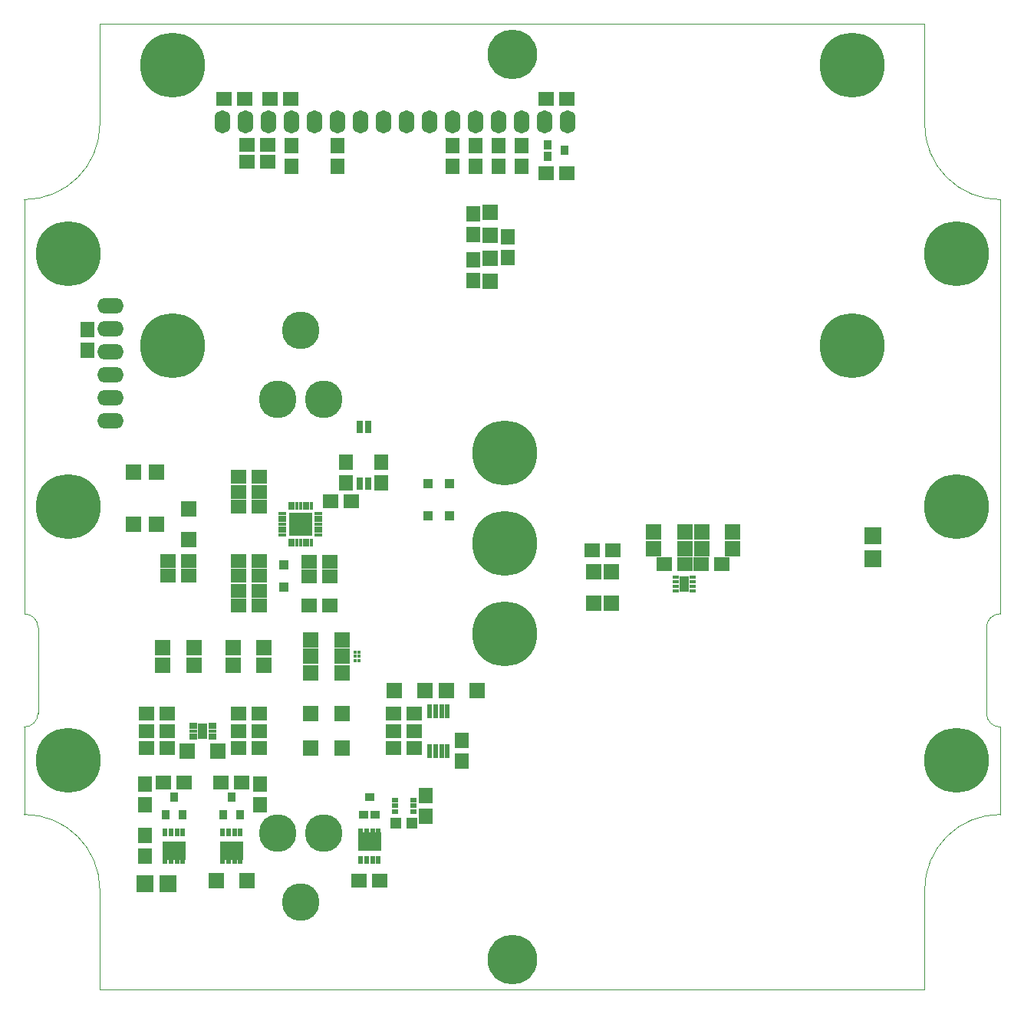
<source format=gbs>
G04 EasyPC Gerber Version 21.0.3 Build 4286 *
G04 #@! TF.Part,Single*
G04 #@! TF.FileFunction,Soldermask,Bot *
G04 #@! TF.FilePolarity,Negative *
%FSLAX35Y35*%
%MOIN*%
G04 #@! TA.AperFunction,ComponentPad*
%ADD84O,0.06899X0.10049*%
G04 #@! TA.AperFunction,SMDPad*
%ADD160R,0.01387X0.03750*%
G04 #@! TA.AperFunction,ComponentPad*
%ADD85O,0.11600X0.06600*%
G04 #@! TA.AperFunction,SMDPad*
%ADD159R,0.03750X0.01387*%
%ADD150R,0.03356X0.01506*%
%ADD152R,0.02254X0.03356*%
%ADD153R,0.02254X0.04537*%
%ADD156R,0.02372X0.06309*%
%ADD162R,0.02962X0.05324*%
%ADD157R,0.03750X0.04143*%
%ADD164R,0.04143X0.04143*%
%ADD151R,0.04143X0.06506*%
%ADD165R,0.02569X0.01702*%
%ADD167R,0.02962X0.02175*%
%ADD155R,0.04143X0.03750*%
%ADD163R,0.04143X0.04143*%
%ADD166R,0.04143X0.06899*%
%ADD168R,0.04891X0.04537*%
%ADD122R,0.06100X0.06600*%
%ADD123R,0.06600X0.06100*%
%ADD154R,0.09931X0.07883*%
G04 #@! TA.AperFunction,ComponentPad*
%ADD87R,0.06899X0.06899*%
%ADD86R,0.06900X0.06900*%
%ADD83R,0.07400X0.07400*%
G04 #@! TA.AperFunction,SMDPad*
%ADD161R,0.09852X0.09852*%
G04 #@! TD.AperFunction*
%ADD13C,0.00001*%
G04 #@! TA.AperFunction,SMDPad*
%ADD158C,0.01584*%
G04 #@! TA.AperFunction,ComponentPad*
%ADD82C,0.16348*%
G04 #@! TA.AperFunction,WasherPad*
%ADD81C,0.21600*%
%ADD80C,0.28200*%
X0Y0D02*
D02*
D13*
X418710Y123434D02*
Y160835D01*
G75*
G02X424616Y166741I5906*
G01*
Y346899*
G75*
G02X391820Y379694J32795*
G01*
Y423198*
X33395*
X33395Y379694*
G75*
G02X600Y346898I-32795*
G01*
Y166741*
G75*
G02X6506Y160836J-5906*
G01*
Y123434*
G75*
G02X600Y117529I-5906*
G01*
Y79497*
G75*
G02X33395Y46702J-32795*
G01*
Y3198*
X391820*
Y46702*
G75*
G02X424616Y79497I32795*
G01*
Y117529*
G75*
G02X418710Y123434J5905*
G01*
D02*
D80*
X19694Y102962D03*
Y213198D03*
Y323434D03*
X64970Y283434D03*
Y405481D03*
X209445Y158080D03*
Y197450D03*
Y236820D03*
X360246Y283434D03*
Y405481D03*
X405521Y102962D03*
Y213198D03*
Y323434D03*
D02*
D81*
X212608Y16348D03*
Y410048D03*
D02*
D82*
X110600Y71210D03*
Y260186D03*
X120600Y41210D03*
Y290186D03*
X130600Y71210D03*
Y260186D03*
D02*
D83*
X53100Y49332D03*
X63100D03*
X369466Y190698D03*
Y200698D03*
D02*
D84*
X86670Y380698D03*
X96670D03*
X106670D03*
X116670D03*
X126670D03*
X136670D03*
X146670D03*
X156670D03*
X166670D03*
X176670D03*
X186670D03*
X196670D03*
X206670D03*
X216670D03*
X226670D03*
X236670D03*
D02*
D85*
X38100Y250698D03*
Y260698D03*
Y270698D03*
Y280698D03*
Y290698D03*
Y300698D03*
D02*
D86*
X48100Y205698D03*
Y228198D03*
X58100Y205698D03*
Y228198D03*
X60825Y144498D03*
Y151898D03*
X71400Y107158D03*
X71850Y198998D03*
Y212398D03*
X74225Y144498D03*
Y151898D03*
X83900Y50698D03*
X84800Y107158D03*
X91400Y144498D03*
Y151898D03*
X97300Y50698D03*
X104800Y144498D03*
Y151898D03*
X125150Y108198D03*
Y123198D03*
Y140898D03*
Y148198D03*
Y155498D03*
X138550Y108198D03*
Y123198D03*
Y140898D03*
Y148198D03*
Y155498D03*
X161400Y133198D03*
X174800D03*
X183900D03*
X197300D03*
X248100Y171498D03*
Y184898D03*
X255600Y171498D03*
Y184898D03*
X274160Y194998D03*
Y202298D03*
X287560Y194998D03*
Y202298D03*
X294860Y194998D03*
Y202298D03*
X308260Y194998D03*
Y202298D03*
D02*
D87*
X203100Y311198D03*
Y321198D03*
Y331198D03*
Y341198D03*
D02*
D122*
X28100Y281198D03*
Y290198D03*
X53100Y61198D03*
Y70198D03*
Y83698D03*
Y92698D03*
X103100Y83698D03*
Y92698D03*
X116670Y361198D03*
Y370198D03*
X136670Y361198D03*
Y370198D03*
X140413Y223698D03*
Y232698D03*
X155787Y223698D03*
Y232698D03*
X174996Y78698D03*
Y87698D03*
X186670Y361198D03*
Y370198D03*
X190702Y102537D03*
Y111537D03*
X195600Y311698D03*
Y320698D03*
Y331698D03*
Y340698D03*
X196670Y361198D03*
Y370198D03*
X206670Y361198D03*
Y370198D03*
X210600Y321698D03*
Y330698D03*
X216670Y361198D03*
Y370198D03*
D02*
D123*
X53600Y108198D03*
Y115698D03*
Y123198D03*
X61100Y93198D03*
X62600Y108198D03*
Y115698D03*
Y123198D03*
X63025Y183198D03*
Y189698D03*
X70100Y93198D03*
X72025Y183198D03*
Y189698D03*
X86100Y93198D03*
X87170Y390698D03*
X93600Y108198D03*
Y115698D03*
Y123198D03*
Y170198D03*
Y176698D03*
Y183198D03*
Y189698D03*
Y213198D03*
Y219698D03*
Y226198D03*
X95100Y93198D03*
X96170Y390698D03*
X97170Y363198D03*
Y370698D03*
X102600Y108198D03*
Y115698D03*
Y123198D03*
Y170198D03*
Y176698D03*
Y183198D03*
Y189698D03*
Y213198D03*
Y219698D03*
Y226198D03*
X106170Y363198D03*
Y370698D03*
X107170Y390698D03*
X116170D03*
X124175Y170198D03*
Y182999D03*
Y189499D03*
X133175Y170198D03*
Y182999D03*
Y189499D03*
X133600Y215698D03*
X142600D03*
X146100Y50698D03*
X155100D03*
X161100Y108198D03*
Y115698D03*
Y123198D03*
X170100Y108198D03*
Y115698D03*
Y123198D03*
X227170Y358198D03*
Y390698D03*
X236170Y358198D03*
Y390698D03*
X247350Y194448D03*
X256350D03*
X278600Y188198D03*
X287600D03*
X294600D03*
X303600D03*
D02*
D150*
X73966Y112548D03*
Y114123D03*
Y115698D03*
Y117273D03*
Y118848D03*
X82234Y112548D03*
Y114123D03*
Y115698D03*
Y117273D03*
Y118848D03*
D02*
D151*
X78100Y115698D03*
D02*
D152*
X61761Y71604D03*
X64320D03*
X66880D03*
X69439D03*
X86761D03*
X89320D03*
X91880D03*
X94439D03*
X146761Y59793D03*
X149320D03*
X151880D03*
X154439D03*
D02*
D153*
X61761Y60383D03*
X64320D03*
X66880D03*
X69439D03*
X86761D03*
X89320D03*
X91880D03*
X94439D03*
X146761Y71013D03*
X149320D03*
X151880D03*
X154439D03*
D02*
D154*
X65600Y63631D03*
X90600D03*
X150600Y67765D03*
D02*
D155*
X148041Y79458D03*
X150600Y86938D03*
X153159Y79458D03*
D02*
D156*
X176761Y107037D03*
Y124359D03*
X179320Y107037D03*
Y124359D03*
X181880Y107037D03*
Y124359D03*
X184439Y107037D03*
Y124359D03*
D02*
D157*
X61860Y79261D03*
X65600Y87135D03*
X69340Y79261D03*
X86860D03*
X90600Y87135D03*
X94340Y79261D03*
X227930Y365639D03*
Y370757D03*
X235410Y368198D03*
D02*
D158*
X144186Y146230D03*
Y148198D03*
Y150167D03*
X146154Y146230D03*
Y148198D03*
Y150167D03*
D02*
D159*
X112726Y200974D03*
Y202548D03*
Y204123D03*
Y205698D03*
Y207273D03*
Y208848D03*
Y210422D03*
X128474Y200974D03*
Y202548D03*
Y204123D03*
Y205698D03*
Y207273D03*
Y208848D03*
Y210422D03*
D02*
D160*
X115876Y197824D03*
Y213572D03*
X117450Y197824D03*
Y213572D03*
X119025Y197824D03*
Y213572D03*
X120600Y197824D03*
Y213572D03*
X122175Y197824D03*
Y213572D03*
X123750Y197824D03*
Y213572D03*
X125324Y197824D03*
Y213572D03*
D02*
D161*
X120600Y205698D03*
D02*
D162*
X146328Y223296D03*
Y248100D03*
X149872Y223296D03*
Y248100D03*
D02*
D163*
X113387Y178474D03*
Y187922D03*
D02*
D164*
X175876Y209448D03*
Y223198D03*
X185324Y209448D03*
Y223198D03*
D02*
D165*
X283620Y176741D03*
Y178710D03*
Y180678D03*
Y182647D03*
X291100Y176741D03*
Y178710D03*
Y180678D03*
Y182647D03*
D02*
D166*
X287360Y179694D03*
D02*
D167*
X161663Y80639D03*
Y83198D03*
Y85757D03*
X169537Y80639D03*
Y83198D03*
Y85757D03*
D02*
D168*
X162100Y75698D03*
X169100D03*
X0Y0D02*
M02*

</source>
